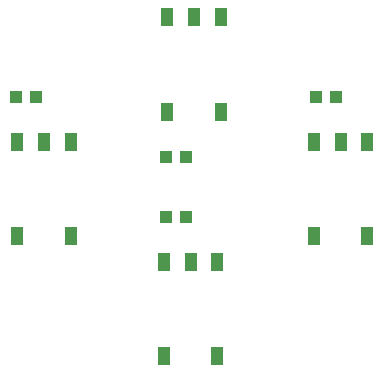
<source format=gtp>
G04*
G04 #@! TF.GenerationSoftware,Altium Limited,Altium Designer,18.1.9 (240)*
G04*
G04 Layer_Color=8421504*
%FSLAX25Y25*%
%MOIN*%
G70*
G01*
G75*
%ADD12R,0.03937X0.05906*%
%ADD13R,0.04331X0.03937*%
D12*
X175000Y80000D02*
D03*
X157283D02*
D03*
Y48504D02*
D03*
X175000D02*
D03*
X166142Y80000D02*
D03*
X223858Y40000D02*
D03*
X206142D02*
D03*
Y8504D02*
D03*
X223858D02*
D03*
X215000Y40000D02*
D03*
X273858Y80000D02*
D03*
X256142D02*
D03*
Y48504D02*
D03*
X273858D02*
D03*
X265000Y80000D02*
D03*
X225000Y121496D02*
D03*
X207283D02*
D03*
Y90000D02*
D03*
X225000D02*
D03*
X216142Y121496D02*
D03*
D13*
X213347Y55000D02*
D03*
X206653D02*
D03*
X163347Y95000D02*
D03*
X156653D02*
D03*
X263347D02*
D03*
X256653D02*
D03*
X213347Y75000D02*
D03*
X206653D02*
D03*
M02*

</source>
